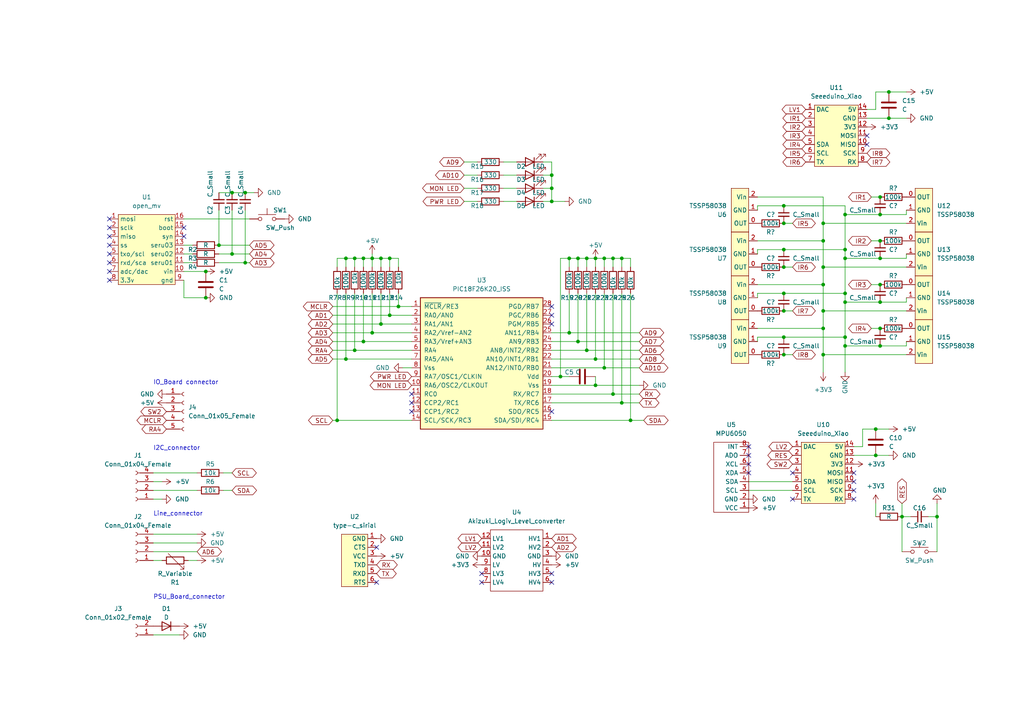
<source format=kicad_sch>
(kicad_sch (version 20211123) (generator eeschema)
  (paper "A4")
  (junction (at 238.76 102.87))
  (junction (at 165.1 74.93))
  (junction (at 59.69 86.36))
  (junction (at 63.5 71.12))
  (junction (at 107.95 74.93))
  (junction (at 227.33 59.69))
  (junction (at 177.8 74.93))
  (junction (at 254 124.46))
  (junction (at 113.03 91.44))
  (junction (at 102.87 74.93))
  (junction (at 238.76 90.17))
  (junction (at 105.41 74.93))
  (junction (at 245.11 87.63))
  (junction (at 227.33 97.79))
  (junction (at 102.87 101.6))
  (junction (at 172.72 111.76))
  (junction (at 113.03 74.93))
  (junction (at 238.76 82.55))
  (junction (at 227.33 77.47))
  (junction (at 71.12 55.88))
  (junction (at 245.11 62.23))
  (junction (at 177.8 114.3))
  (junction (at 257.81 34.29))
  (junction (at 105.41 99.06))
  (junction (at 110.49 93.98))
  (junction (at 170.18 74.93))
  (junction (at 271.78 149.86))
  (junction (at 167.64 99.06))
  (junction (at 180.34 74.93))
  (junction (at 67.31 55.88))
  (junction (at 100.33 104.14))
  (junction (at 227.33 64.77))
  (junction (at 255.27 100.33))
  (junction (at 227.33 90.17))
  (junction (at 238.76 77.47))
  (junction (at 245.11 85.09))
  (junction (at 254 132.08))
  (junction (at 175.26 106.68))
  (junction (at 238.76 69.85))
  (junction (at 107.95 96.52))
  (junction (at 67.31 73.66))
  (junction (at 255.27 87.63))
  (junction (at 245.11 97.79))
  (junction (at 167.64 74.93))
  (junction (at 170.18 101.6))
  (junction (at 172.72 104.14))
  (junction (at 172.72 74.93))
  (junction (at 71.12 76.2))
  (junction (at 180.34 116.84))
  (junction (at 257.81 26.67))
  (junction (at 255.27 82.55))
  (junction (at 238.76 95.25))
  (junction (at 59.69 78.74))
  (junction (at 182.88 121.92))
  (junction (at 245.11 72.39))
  (junction (at 238.76 64.77))
  (junction (at 245.11 100.33))
  (junction (at 261.62 149.86))
  (junction (at 160.02 54.61))
  (junction (at 100.33 74.93))
  (junction (at 165.1 96.52))
  (junction (at 97.79 121.92))
  (junction (at 160.02 58.42))
  (junction (at 255.27 69.85))
  (junction (at 115.57 88.9))
  (junction (at 110.49 74.93))
  (junction (at 160.02 50.8))
  (junction (at 175.26 74.93))
  (junction (at 255.27 62.23))
  (junction (at 245.11 74.93))
  (junction (at 255.27 95.25))
  (junction (at 162.56 109.22))
  (junction (at 255.27 74.93))
  (junction (at 227.33 72.39))
  (junction (at 255.27 57.15))
  (junction (at 227.33 85.09))
  (junction (at 227.33 102.87))
  (no_connect (at 160.02 93.98))
  (no_connect (at 160.02 91.44))
  (no_connect (at 160.02 88.9))
  (no_connect (at 119.38 114.3))
  (no_connect (at 119.38 116.84))
  (no_connect (at 119.38 119.38))
  (no_connect (at 109.22 168.91))
  (no_connect (at 109.22 158.75))
  (no_connect (at 139.7 166.37))
  (no_connect (at 139.7 168.91))
  (no_connect (at 160.02 168.91))
  (no_connect (at 160.02 166.37))
  (no_connect (at 160.02 119.38))
  (no_connect (at 53.34 68.58))
  (no_connect (at 53.34 66.04))
  (no_connect (at 31.75 63.5))
  (no_connect (at 31.75 66.04))
  (no_connect (at 31.75 68.58))
  (no_connect (at 31.75 71.12))
  (no_connect (at 31.75 73.66))
  (no_connect (at 31.75 76.2))
  (no_connect (at 31.75 78.74))
  (no_connect (at 31.75 81.28))
  (no_connect (at 217.17 137.16))
  (no_connect (at 217.17 134.62))
  (no_connect (at 217.17 132.08))
  (no_connect (at 217.17 129.54))
  (no_connect (at 229.87 137.16))
  (no_connect (at 247.65 144.78))
  (no_connect (at 247.65 142.24))
  (no_connect (at 247.65 139.7))
  (no_connect (at 247.65 137.16))
  (no_connect (at 229.87 144.78))
  (no_connect (at 251.46 41.91))
  (no_connect (at 251.46 39.37))
  (wire (pts (xy 160.02 116.84) (xy 180.34 116.84)))
  (wire (pts (xy 157.48 58.42) (xy 160.02 58.42)))
  (wire (pts (xy 63.5 60.96) (xy 63.5 71.12)))
  (wire (pts (xy 172.72 74.93) (xy 175.26 74.93)))
  (wire (pts (xy 157.48 50.8) (xy 160.02 50.8)))
  (wire (pts (xy 96.52 91.44) (xy 113.03 91.44)))
  (wire (pts (xy 72.39 76.2) (xy 71.12 76.2)))
  (wire (pts (xy 245.11 72.39) (xy 245.11 74.93)))
  (wire (pts (xy 71.12 55.88) (xy 73.66 55.88)))
  (wire (pts (xy 172.72 74.93) (xy 172.72 77.47)))
  (wire (pts (xy 254 124.46) (xy 257.81 124.46)))
  (wire (pts (xy 115.57 85.09) (xy 115.57 88.9)))
  (wire (pts (xy 44.45 160.02) (xy 57.15 160.02)))
  (wire (pts (xy 219.71 69.85) (xy 238.76 69.85)))
  (wire (pts (xy 177.8 85.09) (xy 177.8 114.3)))
  (wire (pts (xy 160.02 101.6) (xy 170.18 101.6)))
  (wire (pts (xy 162.56 109.22) (xy 162.56 74.93)))
  (wire (pts (xy 146.05 54.61) (xy 149.86 54.61)))
  (wire (pts (xy 160.02 114.3) (xy 177.8 114.3)))
  (wire (pts (xy 238.76 64.77) (xy 238.76 69.85)))
  (wire (pts (xy 252.73 69.85) (xy 255.27 69.85)))
  (wire (pts (xy 96.52 88.9) (xy 115.57 88.9)))
  (wire (pts (xy 257.81 132.08) (xy 254 132.08)))
  (wire (pts (xy 146.05 46.99) (xy 149.86 46.99)))
  (wire (pts (xy 102.87 74.93) (xy 102.87 77.47)))
  (wire (pts (xy 245.11 85.09) (xy 245.11 87.63)))
  (wire (pts (xy 219.71 85.09) (xy 227.33 85.09)))
  (wire (pts (xy 254 132.08) (xy 247.65 132.08)))
  (wire (pts (xy 107.95 74.93) (xy 110.49 74.93)))
  (wire (pts (xy 55.88 73.66) (xy 53.34 73.66)))
  (wire (pts (xy 264.16 149.86) (xy 261.62 149.86)))
  (wire (pts (xy 160.02 111.76) (xy 172.72 111.76)))
  (wire (pts (xy 113.03 85.09) (xy 113.03 91.44)))
  (wire (pts (xy 160.02 58.42) (xy 160.02 54.61)))
  (wire (pts (xy 165.1 96.52) (xy 160.02 96.52)))
  (wire (pts (xy 54.61 162.56) (xy 57.15 162.56)))
  (wire (pts (xy 53.34 81.28) (xy 53.34 86.36)))
  (wire (pts (xy 162.56 74.93) (xy 165.1 74.93)))
  (wire (pts (xy 227.33 72.39) (xy 245.11 72.39)))
  (wire (pts (xy 63.5 55.88) (xy 67.31 55.88)))
  (wire (pts (xy 245.11 100.33) (xy 255.27 100.33)))
  (wire (pts (xy 229.87 77.47) (xy 227.33 77.47)))
  (wire (pts (xy 180.34 74.93) (xy 182.88 74.93)))
  (wire (pts (xy 55.88 71.12) (xy 53.34 71.12)))
  (wire (pts (xy 172.72 104.14) (xy 185.42 104.14)))
  (wire (pts (xy 177.8 74.93) (xy 180.34 74.93)))
  (wire (pts (xy 238.76 69.85) (xy 238.76 77.47)))
  (wire (pts (xy 72.39 63.5) (xy 53.34 63.5)))
  (wire (pts (xy 165.1 85.09) (xy 165.1 96.52)))
  (wire (pts (xy 100.33 77.47) (xy 100.33 74.93)))
  (wire (pts (xy 229.87 64.77) (xy 227.33 64.77)))
  (wire (pts (xy 252.73 82.55) (xy 255.27 82.55)))
  (wire (pts (xy 229.87 102.87) (xy 227.33 102.87)))
  (wire (pts (xy 219.71 82.55) (xy 238.76 82.55)))
  (wire (pts (xy 113.03 91.44) (xy 119.38 91.44)))
  (wire (pts (xy 238.76 57.15) (xy 238.76 64.77)))
  (wire (pts (xy 134.62 46.99) (xy 138.43 46.99)))
  (wire (pts (xy 53.34 78.74) (xy 59.69 78.74)))
  (wire (pts (xy 172.72 111.76) (xy 185.42 111.76)))
  (wire (pts (xy 262.89 100.33) (xy 255.27 100.33)))
  (wire (pts (xy 160.02 104.14) (xy 172.72 104.14)))
  (wire (pts (xy 157.48 54.61) (xy 160.02 54.61)))
  (wire (pts (xy 160.02 50.8) (xy 160.02 46.99)))
  (wire (pts (xy 160.02 106.68) (xy 175.26 106.68)))
  (wire (pts (xy 97.79 74.93) (xy 100.33 74.93)))
  (wire (pts (xy 67.31 73.66) (xy 63.5 73.66)))
  (wire (pts (xy 251.46 34.29) (xy 257.81 34.29)))
  (wire (pts (xy 261.62 149.86) (xy 261.62 160.02)))
  (wire (pts (xy 44.45 142.24) (xy 57.15 142.24)))
  (wire (pts (xy 170.18 85.09) (xy 170.18 101.6)))
  (wire (pts (xy 110.49 74.93) (xy 110.49 77.47)))
  (wire (pts (xy 251.46 31.75) (xy 254 31.75)))
  (wire (pts (xy 227.33 85.09) (xy 245.11 85.09)))
  (wire (pts (xy 262.89 99.06) (xy 262.89 100.33)))
  (wire (pts (xy 134.62 50.8) (xy 138.43 50.8)))
  (wire (pts (xy 107.95 96.52) (xy 119.38 96.52)))
  (wire (pts (xy 177.8 74.93) (xy 175.26 74.93)))
  (wire (pts (xy 261.62 146.05) (xy 261.62 149.86)))
  (wire (pts (xy 105.41 74.93) (xy 105.41 77.47)))
  (wire (pts (xy 102.87 74.93) (xy 105.41 74.93)))
  (wire (pts (xy 105.41 74.93) (xy 107.95 74.93)))
  (wire (pts (xy 257.81 26.67) (xy 262.89 26.67)))
  (wire (pts (xy 96.52 101.6) (xy 102.87 101.6)))
  (wire (pts (xy 115.57 88.9) (xy 119.38 88.9)))
  (wire (pts (xy 219.71 73.66) (xy 219.71 72.39)))
  (wire (pts (xy 247.65 129.54) (xy 250.19 129.54)))
  (wire (pts (xy 71.12 60.96) (xy 71.12 76.2)))
  (wire (pts (xy 180.34 116.84) (xy 185.42 116.84)))
  (wire (pts (xy 167.64 74.93) (xy 167.64 77.47)))
  (wire (pts (xy 255.27 87.63) (xy 262.89 87.63)))
  (wire (pts (xy 160.02 121.92) (xy 182.88 121.92)))
  (wire (pts (xy 219.71 86.36) (xy 219.71 85.09)))
  (wire (pts (xy 107.95 77.47) (xy 107.95 74.93)))
  (wire (pts (xy 227.33 97.79) (xy 245.11 97.79)))
  (wire (pts (xy 172.72 109.22) (xy 172.72 111.76)))
  (wire (pts (xy 96.52 96.52) (xy 107.95 96.52)))
  (wire (pts (xy 170.18 74.93) (xy 170.18 77.47)))
  (wire (pts (xy 177.8 77.47) (xy 177.8 74.93)))
  (wire (pts (xy 96.52 99.06) (xy 105.41 99.06)))
  (wire (pts (xy 44.45 162.56) (xy 46.99 162.56)))
  (wire (pts (xy 238.76 95.25) (xy 238.76 102.87)))
  (wire (pts (xy 250.19 124.46) (xy 254 124.46)))
  (wire (pts (xy 102.87 101.6) (xy 119.38 101.6)))
  (wire (pts (xy 250.19 129.54) (xy 250.19 124.46)))
  (wire (pts (xy 227.33 59.69) (xy 219.71 59.69)))
  (wire (pts (xy 238.76 77.47) (xy 238.76 82.55)))
  (wire (pts (xy 245.11 97.79) (xy 245.11 100.33)))
  (wire (pts (xy 107.95 73.66) (xy 107.95 74.93)))
  (wire (pts (xy 245.11 62.23) (xy 255.27 62.23)))
  (wire (pts (xy 146.05 58.42) (xy 149.86 58.42)))
  (wire (pts (xy 102.87 85.09) (xy 102.87 101.6)))
  (wire (pts (xy 113.03 74.93) (xy 113.03 77.47)))
  (wire (pts (xy 245.11 100.33) (xy 245.11 107.95)))
  (wire (pts (xy 255.27 62.23) (xy 262.89 62.23)))
  (wire (pts (xy 217.17 139.7) (xy 229.87 139.7)))
  (wire (pts (xy 105.41 85.09) (xy 105.41 99.06)))
  (wire (pts (xy 170.18 74.93) (xy 172.72 74.93)))
  (wire (pts (xy 96.52 93.98) (xy 110.49 93.98)))
  (wire (pts (xy 44.45 137.16) (xy 57.15 137.16)))
  (wire (pts (xy 165.1 77.47) (xy 165.1 74.93)))
  (wire (pts (xy 165.1 74.93) (xy 167.64 74.93)))
  (wire (pts (xy 271.78 146.05) (xy 271.78 149.86)))
  (wire (pts (xy 219.71 57.15) (xy 238.76 57.15)))
  (wire (pts (xy 105.41 99.06) (xy 119.38 99.06)))
  (wire (pts (xy 110.49 85.09) (xy 110.49 93.98)))
  (wire (pts (xy 170.18 101.6) (xy 185.42 101.6)))
  (wire (pts (xy 245.11 59.69) (xy 245.11 62.23)))
  (wire (pts (xy 219.71 99.06) (xy 219.71 97.79)))
  (wire (pts (xy 167.64 85.09) (xy 167.64 99.06)))
  (wire (pts (xy 44.45 154.94) (xy 57.15 154.94)))
  (wire (pts (xy 110.49 74.93) (xy 113.03 74.93)))
  (wire (pts (xy 44.45 157.48) (xy 57.15 157.48)))
  (wire (pts (xy 113.03 74.93) (xy 115.57 74.93)))
  (wire (pts (xy 182.88 85.09) (xy 182.88 121.92)))
  (wire (pts (xy 167.64 99.06) (xy 185.42 99.06)))
  (wire (pts (xy 44.45 139.7) (xy 46.99 139.7)))
  (wire (pts (xy 254 31.75) (xy 254 26.67)))
  (wire (pts (xy 160.02 99.06) (xy 167.64 99.06)))
  (wire (pts (xy 96.52 121.92) (xy 97.79 121.92)))
  (wire (pts (xy 55.88 76.2) (xy 53.34 76.2)))
  (wire (pts (xy 146.05 50.8) (xy 149.86 50.8)))
  (wire (pts (xy 238.76 64.77) (xy 262.89 64.77)))
  (wire (pts (xy 262.89 62.23) (xy 262.89 60.96)))
  (wire (pts (xy 71.12 76.2) (xy 63.5 76.2)))
  (wire (pts (xy 165.1 96.52) (xy 185.42 96.52)))
  (wire (pts (xy 262.89 87.63) (xy 262.89 86.36)))
  (wire (pts (xy 160.02 46.99) (xy 157.48 46.99)))
  (wire (pts (xy 271.78 149.86) (xy 271.78 160.02)))
  (wire (pts (xy 116.84 106.68) (xy 119.38 106.68)))
  (wire (pts (xy 238.76 90.17) (xy 262.89 90.17)))
  (wire (pts (xy 172.72 85.09) (xy 172.72 104.14)))
  (wire (pts (xy 64.77 142.24) (xy 67.31 142.24)))
  (wire (pts (xy 175.26 74.93) (xy 175.26 77.47)))
  (wire (pts (xy 245.11 74.93) (xy 255.27 74.93)))
  (wire (pts (xy 219.71 95.25) (xy 238.76 95.25)))
  (wire (pts (xy 96.52 104.14) (xy 100.33 104.14)))
  (wire (pts (xy 269.24 149.86) (xy 271.78 149.86)))
  (wire (pts (xy 97.79 121.92) (xy 119.38 121.92)))
  (wire (pts (xy 134.62 54.61) (xy 138.43 54.61)))
  (wire (pts (xy 219.71 72.39) (xy 227.33 72.39)))
  (wire (pts (xy 100.33 104.14) (xy 119.38 104.14)))
  (wire (pts (xy 64.77 137.16) (xy 67.31 137.16)))
  (wire (pts (xy 245.11 74.93) (xy 245.11 85.09)))
  (wire (pts (xy 67.31 60.96) (xy 67.31 73.66)))
  (wire (pts (xy 255.27 74.93) (xy 262.89 74.93)))
  (wire (pts (xy 180.34 85.09) (xy 180.34 116.84)))
  (wire (pts (xy 97.79 85.09) (xy 97.79 121.92)))
  (wire (pts (xy 110.49 93.98) (xy 119.38 93.98)))
  (wire (pts (xy 72.39 71.12) (xy 63.5 71.12)))
  (wire (pts (xy 238.76 77.47) (xy 262.89 77.47)))
  (wire (pts (xy 262.89 73.66) (xy 262.89 74.93)))
  (wire (pts (xy 175.26 85.09) (xy 175.26 106.68)))
  (wire (pts (xy 252.73 95.25) (xy 255.27 95.25)))
  (wire (pts (xy 180.34 74.93) (xy 180.34 77.47)))
  (wire (pts (xy 67.31 55.88) (xy 71.12 55.88)))
  (wire (pts (xy 252.73 57.15) (xy 255.27 57.15)))
  (wire (pts (xy 44.45 144.78) (xy 46.99 144.78)))
  (wire (pts (xy 219.71 97.79) (xy 227.33 97.79)))
  (wire (pts (xy 257.81 34.29) (xy 262.89 34.29)))
  (wire (pts (xy 177.8 114.3) (xy 185.42 114.3)))
  (wire (pts (xy 175.26 106.68) (xy 185.42 106.68)))
  (wire (pts (xy 238.76 90.17) (xy 238.76 95.25)))
  (wire (pts (xy 97.79 77.47) (xy 97.79 74.93)))
  (wire (pts (xy 227.33 59.69) (xy 245.11 59.69)))
  (wire (pts (xy 254 26.67) (xy 257.81 26.67)))
  (wire (pts (xy 100.33 85.09) (xy 100.33 104.14)))
  (wire (pts (xy 254 146.05) (xy 254 149.86)))
  (wire (pts (xy 245.11 62.23) (xy 245.11 72.39)))
  (wire (pts (xy 163.83 58.42) (xy 160.02 58.42)))
  (wire (pts (xy 238.76 82.55) (xy 238.76 90.17)))
  (wire (pts (xy 134.62 58.42) (xy 138.43 58.42)))
  (wire (pts (xy 167.64 74.93) (xy 170.18 74.93)))
  (wire (pts (xy 160.02 109.22) (xy 162.56 109.22)))
  (wire (pts (xy 182.88 121.92) (xy 186.69 121.92)))
  (wire (pts (xy 245.11 87.63) (xy 255.27 87.63)))
  (wire (pts (xy 238.76 102.87) (xy 238.76 107.95)))
  (wire (pts (xy 217.17 142.24) (xy 229.87 142.24)))
  (wire (pts (xy 107.95 85.09) (xy 107.95 96.52)))
  (wire (pts (xy 229.87 90.17) (xy 227.33 90.17)))
  (wire (pts (xy 53.34 86.36) (xy 59.69 86.36)))
  (wire (pts (xy 115.57 74.93) (xy 115.57 77.47)))
  (wire (pts (xy 245.11 87.63) (xy 245.11 97.79)))
  (wire (pts (xy 44.45 184.15) (xy 52.07 184.15)))
  (wire (pts (xy 162.56 109.22) (xy 165.1 109.22)))
  (wire (pts (xy 219.71 59.69) (xy 219.71 60.96)))
  (wire (pts (xy 160.02 54.61) (xy 160.02 50.8)))
  (wire (pts (xy 182.88 74.93) (xy 182.88 77.47)))
  (wire (pts (xy 72.39 73.66) (xy 67.31 73.66)))
  (wire (pts (xy 100.33 74.93) (xy 102.87 74.93)))
  (wire (pts (xy 238.76 102.87) (xy 262.89 102.87)))
  (text "IO_Board connector" (at 44.45 111.76 0) (effects (font (size 1.27 1.27)) (justify left bottom)))
  (text "PSU_Board_connector" (at 44.45 173.99 0) (effects (font (size 1.27 1.27)) (justify left bottom)))
  (text "I2C_connector" (at 44.45 130.81 0) (effects (font (size 1.27 1.27)) (justify left bottom)))
  (text "Line_connector" (at 44.45 149.86 0) (effects (font (size 1.27 1.27)) (justify left bottom)))
  (global_label "LV2" (shape bidirectional) (at 139.7 158.75 180) (property "Intersheet References" "${INTERSHEET_REFS}" (effects hide)))
  (global_label "AD5" (shape bidirectional) (at 96.52 104.14 180) (property "Intersheet References" "${INTERSHEET_REFS}" (effects hide)))
  (global_label "IR6" (shape bidirectional) (at 229.87 77.47 0) (property "Intersheet References" "${INTERSHEET_REFS}" (effects hide)))
  (global_label "IR5" (shape bidirectional) (at 233.68 44.45 180) (property "Intersheet References" "${INTERSHEET_REFS}" (effects hide)))
  (global_label "IR4" (shape bidirectional) (at 233.68 41.91 180) (property "Intersheet References" "${INTERSHEET_REFS}" (effects hide)))
  (global_label "IR7" (shape bidirectional) (at 251.46 46.99 0) (property "Intersheet References" "${INTERSHEET_REFS}" (effects hide)))
  (global_label "AD1" (shape bidirectional) (at 160.02 156.21 0) (property "Intersheet References" "${INTERSHEET_REFS}" (effects hide)))
  (global_label "SCL" (shape bidirectional) (at 67.31 137.16 0) (property "Intersheet References" "${INTERSHEET_REFS}" (effects hide)))
  (global_label "IR6" (shape bidirectional) (at 233.68 46.99 180) (property "Intersheet References" "${INTERSHEET_REFS}" (effects hide)))
  (global_label "TX" (shape bidirectional) (at 185.42 116.84 0) (property "Intersheet References" "${INTERSHEET_REFS}" (effects hide)))
  (global_label "MON LED" (shape bidirectional) (at 119.38 111.76 180) (property "Intersheet References" "${INTERSHEET_REFS}" (effects hide)))
  (global_label "LV1" (shape bidirectional) (at 139.7 156.21 180) (property "Intersheet References" "${INTERSHEET_REFS}" (effects hide)))
  (global_label "IR5" (shape bidirectional) (at 229.87 64.77 0) (property "Intersheet References" "${INTERSHEET_REFS}" (effects hide)))
  (global_label "IR7" (shape bidirectional) (at 229.87 90.17 0) (property "Intersheet References" "${INTERSHEET_REFS}" (effects hide)))
  (global_label "AD7" (shape bidirectional) (at 185.42 99.06 0) (property "Intersheet References" "${INTERSHEET_REFS}" (effects hide)))
  (global_label "RES" (shape bidirectional) (at 261.62 146.05 90) (property "Intersheet References" "${INTERSHEET_REFS}" (effects hide)))
  (global_label "AD4" (shape bidirectional) (at 72.39 73.66 0) (property "Intersheet References" "${INTERSHEET_REFS}" (effects hide)))
  (global_label "AD2" (shape bidirectional) (at 96.52 93.98 180) (property "Intersheet References" "${INTERSHEET_REFS}" (effects hide)))
  (global_label "AD3" (shape bidirectional) (at 72.39 76.2 0) (property "Intersheet References" "${INTERSHEET_REFS}" (effects hide)))
  (global_label "AD3" (shape bidirectional) (at 96.52 96.52 180) (property "Intersheet References" "${INTERSHEET_REFS}" (effects hide)))
  (global_label "RX" (shape bidirectional) (at 185.42 114.3 0) (property "Intersheet References" "${INTERSHEET_REFS}" (effects hide)))
  (global_label "AD2" (shape bidirectional) (at 160.02 158.75 0) (property "Intersheet References" "${INTERSHEET_REFS}" (effects hide)))
  (global_label "TX" (shape bidirectional) (at 109.22 166.37 0) (property "Intersheet References" "${INTERSHEET_REFS}" (effects hide)))
  (global_label "AD9" (shape bidirectional) (at 185.42 96.52 0) (property "Intersheet References" "${INTERSHEET_REFS}" (effects hide)))
  (global_label "IR3" (shape bidirectional) (at 233.68 39.37 180) (property "Intersheet References" "${INTERSHEET_REFS}" (effects hide)))
  (global_label "SW2" (shape bidirectional) (at 48.26 119.38 180) (property "Intersheet References" "${INTERSHEET_REFS}" (effects hide)))
  (global_label "AD5" (shape bidirectional) (at 72.39 71.12 0) (property "Intersheet References" "${INTERSHEET_REFS}" (effects hide)))
  (global_label "MCLR" (shape bidirectional) (at 96.52 88.9 180) (property "Intersheet References" "${INTERSHEET_REFS}" (effects hide)))
  (global_label "MON LED" (shape bidirectional) (at 134.62 54.61 180) (property "Intersheet References" "${INTERSHEET_REFS}" (effects hide)))
  (global_label "IR3" (shape bidirectional) (at 252.73 82.55 180) (property "Intersheet References" "${INTERSHEET_REFS}" (effects hide)))
  (global_label "RA4" (shape bidirectional) (at 48.26 124.46 180) (property "Intersheet References" "${INTERSHEET_REFS}" (effects hide)))
  (global_label "SCL" (shape bidirectional) (at 96.52 121.92 180) (property "Intersheet References" "${INTERSHEET_REFS}" (effects hide)))
  (global_label "RA4" (shape bidirectional) (at 96.52 101.6 180) (property "Intersheet References" "${INTERSHEET_REFS}" (effects hide)))
  (global_label "LV1" (shape bidirectional) (at 233.68 31.75 180) (property "Intersheet References" "${INTERSHEET_REFS}" (effects hide)))
  (global_label "AD9" (shape bidirectional) (at 134.62 46.99 180) (property "Intersheet References" "${INTERSHEET_REFS}" (effects hide)))
  (global_label "MCLR" (shape bidirectional) (at 48.26 121.92 180) (property "Intersheet References" "${INTERSHEET_REFS}" (effects hide)))
  (global_label "AD8" (shape bidirectional) (at 185.42 104.14 0) (property "Intersheet References" "${INTERSHEET_REFS}" (effects hide)))
  (global_label "IR8" (shape bidirectional) (at 251.46 44.45 0) (property "Intersheet References" "${INTERSHEET_REFS}" (effects hide)))
  (global_label "PWR LED" (shape bidirectional) (at 134.62 58.42 180) (property "Intersheet References" "${INTERSHEET_REFS}" (effects hide)))
  (global_label "SDA" (shape bidirectional) (at 186.69 121.92 0) (property "Intersheet References" "${INTERSHEET_REFS}" (effects hide)))
  (global_label "IR1" (shape bidirectional) (at 233.68 34.29 180) (property "Intersheet References" "${INTERSHEET_REFS}" (effects hide)))
  (global_label "PWR LED" (shape bidirectional) (at 119.38 109.22 180) (property "Intersheet References" "${INTERSHEET_REFS}" (effects hide)))
  (global_label "SDA" (shape bidirectional) (at 67.31 142.24 0) (property "Intersheet References" "${INTERSHEET_REFS}" (effects hide)))
  (global_label "AD6" (shape bidirectional) (at 185.42 101.6 0) (property "Intersheet References" "${INTERSHEET_REFS}" (effects hide)))
  (global_label "RES" (shape bidirectional) (at 229.87 132.08 180) (property "Intersheet References" "${INTERSHEET_REFS}" (effects hide)))
  (global_label "AD4" (shape bidirectional) (at 96.52 99.06 180) (property "Intersheet References" "${INTERSHEET_REFS}" (effects hide)))
  (global_label "AD6" (shape bidirectional) (at 57.15 160.02 0) (property "Intersheet References" "${INTERSHEET_REFS}" (effects hide)))
  (global_label "SW2" (shape bidirectional) (at 229.87 134.62 180) (property "Intersheet References" "${INTERSHEET_REFS}" (effects hide)))
  (global_label "IR1" (shape bidirectional) (at 252.73 57.15 180) (property "Intersheet References" "${INTERSHEET_REFS}" (effects hide)))
  (global_label "RX" (shape bidirectional) (at 109.22 163.83 0) (property "Intersheet References" "${INTERSHEET_REFS}" (effects hide)))
  (global_label "LV2" (shape bidirectional) (at 229.87 129.54 180) (property "Intersheet References" "${INTERSHEET_REFS}" (effects hide)))
  (global_label "IR2" (shape bidirectional) (at 233.68 36.83 180) (property "Intersheet References" "${INTERSHEET_REFS}" (effects hide)))
  (global_label "AD10" (shape bidirectional) (at 134.62 50.8 180) (property "Intersheet References" "${INTERSHEET_REFS}" (effects hide)))
  (global_label "AD1" (shape bidirectional) (at 96.52 91.44 180) (property "Intersheet References" "${INTERSHEET_REFS}" (effects hide)))
  (global_label "IR2" (shape bidirectional) (at 252.73 69.85 180) (property "Intersheet References" "${INTERSHEET_REFS}" (effects hide)))
  (global_label "IR8" (shape bidirectional) (at 229.87 102.87 0) (property "Intersheet References" "${INTERSHEET_REFS}" (effects hide)))
  (global_label "IR4" (shape bidirectional) (at 252.73 95.25 180) (property "Intersheet References" "${INTERSHEET_REFS}" (effects hide)))
  (global_label "AD10" (shape bidirectional) (at 185.42 106.68 0) (property "Intersheet References" "${INTERSHEET_REFS}" (effects hide)))
  (symbol (lib_id "Device:C") (at 257.81 30.48 0) (unit 1)
    (property "Reference" "C15" (at 261.62 29.2099 0) (effects (justify left)))
    (property "Value" "C" (at 261.62 31.7499 0) (effects (justify left)))
    (property "Footprint" "Capacitor_THT:CP_Radial_D5.0mm_P2.50mm" (effects hide))
  )
  (symbol (lib_id "power:GND") (at 116.84 106.68 270) (unit 1)
    (property "Reference" "#PWR017" (effects hide))
    (property "Value" "GND" (at 113.03 106.6799 90) (effects (justify right)))
  )
  (symbol (lib_id "power:GND") (at 257.81 132.08 90) (unit 1)
    (property "Reference" "#PWR033" (effects hide))
    (property "Value" "GND" (at 261.62 132.0799 90) (effects (justify right)))
  )
  (symbol (lib_id "Device:R") (at 142.24 46.99 90) (unit 1)
    (property "Reference" "R15" (at 138.43 48.26 90))
    (property "Value" "330" (at 142.24 46.99 90))
    (property "Footprint" "Resistor_THT:R_Axial_DIN0204_L3.6mm_D1.6mm_P5.08mm_Horizontal" (effects hide))
  )
  (symbol (lib_id "Device:R") (at 175.26 81.28 0) (unit 1)
    (property "Reference" "R23" (at 172.72 86.36 0) (effects (justify left)))
    (property "Value" "100k" (at 175.26 83.82 90) (effects (justify left)))
    (property "Footprint" "Resistor_THT:R_Axial_DIN0204_L3.6mm_D1.6mm_P5.08mm_Horizontal" (effects hide))
  )
  (symbol (lib_id "power:+5V") (at 46.99 139.7 270) (unit 1)
    (property "Reference" "#PWR01" (effects hide))
    (property "Value" "+5V" (at 50.8 139.6999 90) (effects (justify left)))
  )
  (symbol (lib_id "Device:R") (at 142.24 58.42 90) (unit 1)
    (property "Reference" "R18" (at 138.43 59.69 90))
    (property "Value" "330" (at 142.24 58.42 90))
    (property "Footprint" "Resistor_THT:R_Axial_DIN0204_L3.6mm_D1.6mm_P5.08mm_Horizontal" (effects hide))
  )
  (symbol (lib_id "power:+5V") (at 107.95 73.66 0) (unit 1)
    (property "Reference" "#PWR014" (effects hide))
    (property "Value" "+5V" (at 107.95 69.85 0))
  )
  (symbol (lib_id "power:GND") (at 245.11 107.95 0) (unit 1)
    (property "Reference" "#PWR028" (effects hide))
    (property "Value" "GND" (at 245.11 114.3 90) (effects (justify left)))
  )
  (symbol (lib_id "Device:R") (at 177.8 81.28 0) (unit 1)
    (property "Reference" "R24" (at 175.26 86.36 0) (effects (justify left)))
    (property "Value" "10k" (at 177.8 83.82 90) (effects (justify left)))
    (property "Footprint" "Resistor_THT:R_Axial_DIN0204_L3.6mm_D1.6mm_P5.08mm_Horizontal" (effects hide))
  )
  (symbol (lib_name "TSSP58038_4") (lib_id "ir_sensor:TSSP58038") (at 265.43 60.96 270) (unit 1)
    (property "Reference" "U12" (at 271.78 59.6899 90) (effects (justify left)))
    (property "Value" "TSSP58038" (at 271.78 62.2299 90) (effects (justify left)))
    (property "Footprint" "Lib:TSSP58038_IR" (effects hide))
  )
  (symbol (lib_id "Device:C_Small") (at 227.33 62.23 0) (unit 1)
    (property "Reference" "C?" (at 222.25 62.23 0) (effects (justify left)))
    (property "Value" "C_Small" (at 229.87 62.23 0) (effects (justify left)))
    (property "Footprint" "Capacitor_THT:C_Disc_D3.8mm_W2.6mm_P2.50mm" (effects hide))
  )
  (symbol (lib_id "type-c_sirial:type-c_sirial") (at 96.52 162.56 90) (unit 1)
    (property "Reference" "U2" (at 102.87 149.86 90))
    (property "Value" "type-c_sirial" (at 102.87 152.4 90))
    (property "Footprint" "Lib:Type-C_Sirial_Board" (effects hide))
  )
  (symbol (lib_id "Device:R") (at 105.41 81.28 0) (unit 1)
    (property "Reference" "R10" (at 102.87 86.36 0) (effects (justify left)))
    (property "Value" "100k" (at 105.41 83.82 90) (effects (justify left)))
    (property "Footprint" "Resistor_THT:R_Axial_DIN0204_L3.6mm_D1.6mm_P5.08mm_Horizontal" (effects hide))
  )
  (symbol (lib_id "Device:R") (at 259.08 95.25 90) (unit 1)
    (property "Reference" "R?" (at 259.08 92.71 90))
    (property "Value" "100k" (at 259.08 95.25 90))
    (property "Footprint" "Resistor_THT:R_Axial_DIN0204_L3.6mm_D1.6mm_P5.08mm_Horizontal" (effects hide))
  )
  (symbol (lib_id "Device:LED") (at 153.67 54.61 180) (unit 1)
    (property "Reference" "D4" (at 151.13 55.88 0))
    (property "Value" "LED" (at 156.21 55.88 0))
    (property "Footprint" "LED_THT:LED_D5.0mm_Clear" (effects hide))
  )
  (symbol (lib_id "Device:LED") (at 153.67 58.42 180) (unit 1)
    (property "Reference" "D5" (at 151.13 59.69 0))
    (property "Value" "LED" (at 156.21 59.69 0))
    (property "Footprint" "LED_THT:LED_D5.0mm_Clear" (effects hide))
  )
  (symbol (lib_id "power:+5V") (at 217.17 147.32 270) (unit 1)
    (property "Reference" "#PWR026" (effects hide))
    (property "Value" "+5V" (at 220.98 147.3199 90) (effects (justify left)))
  )
  (symbol (lib_id "mpu6050:MPU6050") (at 205.74 138.43 90) (unit 1)
    (property "Reference" "U5" (at 212.09 123.19 90))
    (property "Value" "MPU6050" (at 212.09 125.73 90))
    (property "Footprint" "Lib:MPU6050" (effects hide))
  )
  (symbol (lib_id "power:+5V") (at 109.22 161.29 270) (unit 1)
    (property "Reference" "#PWR016" (effects hide))
    (property "Value" "+5V" (at 113.03 161.2899 90) (effects (justify left)))
  )
  (symbol (lib_id "Device:D") (at 48.26 181.61 180) (unit 1)
    (property "Reference" "D1" (at 48.26 176.53 0))
    (property "Value" "D" (at 48.26 179.07 0))
    (property "Footprint" "Diode_THT:D_DO-41_SOD81_P7.62mm_Horizontal" (effects hide))
  )
  (symbol (lib_id "Device:R") (at 100.33 81.28 0) (unit 1)
    (property "Reference" "R8" (at 97.79 86.36 0) (effects (justify left)))
    (property "Value" "100k" (at 100.33 83.82 90) (effects (justify left)))
    (property "Footprint" "Resistor_THT:R_Axial_DIN0204_L3.6mm_D1.6mm_P5.08mm_Horizontal" (effects hide))
  )
  (symbol (lib_id "tj3b pic:PIC18F26K20_ISS") (at 139.7 109.22 0) (unit 1)
    (property "Reference" "U3" (at 139.7 81.28 0))
    (property "Value" "PIC18F26K20_ISS" (at 139.7 83.82 0))
    (property "Footprint" "Package_DIP:DIP-28_W7.62mm_Socket_LongPads" (effects hide))
    (property "Datasheet" "http://ww1.microchip.com/downloads/en/DeviceDoc/40001303H.pdf" (effects hide))
  )
  (symbol (lib_id "power:GND") (at 73.66 55.88 90) (unit 1)
    (property "Reference" "#PWR012" (effects hide))
    (property "Value" "GND" (at 77.47 55.8799 90) (effects (justify right)))
  )
  (symbol (lib_id "power:+5V") (at 172.72 74.93 0) (unit 1)
    (property "Reference" "#PWR023" (effects hide))
    (property "Value" "+5V" (at 172.72 71.12 0))
  )
  (symbol (lib_id "power:GND") (at 262.89 34.29 90) (unit 1)
    (property "Reference" "#PWR035" (effects hide))
    (property "Value" "GND" (at 266.7 34.2899 90) (effects (justify right)))
  )
  (symbol (lib_id "power:GND") (at 160.02 161.29 90) (unit 1)
    (property "Reference" "#PWR020" (effects hide))
    (property "Value" "GND" (at 163.83 161.2899 90) (effects (justify right)))
  )
  (symbol (lib_id "Device:R") (at 102.87 81.28 0) (unit 1)
    (property "Reference" "R9" (at 100.33 86.36 0) (effects (justify left)))
    (property "Value" "10k" (at 102.87 82.55 90) (effects (justify left)))
    (property "Footprint" "Resistor_THT:R_Axial_DIN0204_L3.6mm_D1.6mm_P5.08mm_Horizontal" (effects hide))
  )
  (symbol (lib_name "TSSP58038_1") (lib_id "ir_sensor:TSSP58038") (at 265.43 99.06 270) (unit 1)
    (property "Reference" "U15" (at 271.78 97.7899 90) (effects (justify left)))
    (property "Value" "TSSP58038" (at 271.78 100.3299 90) (effects (justify left)))
    (property "Footprint" "Lib:TSSP58038_IR" (effects hide))
  )
  (symbol (lib_id "Device:R") (at 113.03 81.28 0) (unit 1)
    (property "Reference" "R13" (at 110.49 86.36 0) (effects (justify left)))
    (property "Value" "100k" (at 113.03 83.82 90) (effects (justify left)))
    (property "Footprint" "Resistor_THT:R_Axial_DIN0204_L3.6mm_D1.6mm_P5.08mm_Horizontal" (effects hide))
  )
  (symbol (lib_id "power:GND") (at 109.22 156.21 90) (unit 1)
    (property "Reference" "#PWR015" (effects hide))
    (property "Value" "GND" (at 113.03 156.2099 90) (effects (justify right)))
  )
  (symbol (lib_id "Device:R") (at 172.72 81.28 0) (unit 1)
    (property "Reference" "R22" (at 170.18 86.36 0) (effects (justify left)))
    (property "Value" "100k" (at 172.72 83.82 90) (effects (justify left)))
    (property "Footprint" "Resistor_THT:R_Axial_DIN0204_L3.6mm_D1.6mm_P5.08mm_Horizontal" (effects hide))
  )
  (symbol (lib_id "Device:C_Small") (at 67.31 58.42 180) (unit 1)
    (property "Reference" "C3" (at 66.04 60.96 90))
    (property "Value" "C_Small" (at 66.04 53.34 90))
    (property "Footprint" "Capacitor_THT:C_Disc_D3.8mm_W2.6mm_P2.50mm" (effects hide))
  )
  (symbol (lib_id "power:GND") (at 46.99 144.78 90) (unit 1)
    (property "Reference" "#PWR02" (effects hide))
    (property "Value" "GND" (at 50.8 144.7799 90) (effects (justify right)))
  )
  (symbol (lib_id "power:GND") (at 139.7 161.29 270) (unit 1)
    (property "Reference" "#PWR018" (effects hide))
    (property "Value" "GND" (at 132.08 161.29 90) (effects (justify left)))
  )
  (symbol (lib_id "Device:R") (at 60.96 142.24 90) (unit 1)
    (property "Reference" "R6" (at 60.96 139.7 90))
    (property "Value" "10k" (at 60.96 142.24 90))
    (property "Footprint" "Resistor_THT:R_Axial_DIN0204_L3.6mm_D1.6mm_P5.08mm_Horizontal" (effects hide))
  )
  (symbol (lib_id "Device:LED") (at 153.67 46.99 180) (unit 1)
    (property "Reference" "D2" (at 151.13 48.26 0))
    (property "Value" "LED" (at 156.21 48.26 0))
    (property "Footprint" "LED_THT:LED_D5.0mm_Clear" (effects hide))
  )
  (symbol (lib_name "TSSP58038_3") (lib_id "ir_sensor:TSSP58038") (at 265.43 73.66 270) (unit 1)
    (property "Reference" "U13" (at 271.78 72.3899 90) (effects (justify left)))
    (property "Value" "TSSP58038" (at 271.78 74.9299 90) (effects (justify left)))
    (property "Footprint" "Lib:TSSP58038_IR" (effects hide))
  )
  (symbol (lib_id "seeeduino_xiao:Seeeduino_Xiao") (at 238.76 135.89 0) (unit 1)
    (property "Reference" "U10" (at 238.76 123.19 0))
    (property "Value" "Seeeduino_Xiao" (at 238.76 125.73 0))
    (property "Footprint" "Lib:seeeduinoXIAO" (effects hide))
  )
  (symbol (lib_id "Connector:Conn_01x04_Female") (at 39.37 160.02 180) (unit 1)
    (property "Reference" "J2" (at 40.005 149.86 0))
    (property "Value" "Conn_01x04_Female" (at 40.005 152.4 0))
    (property "Footprint" "Connector_JST:JST_XH_B4B-XH-A_1x04_P2.50mm_Vertical" (effects hide))
  )
  (symbol (lib_id "Device:R") (at 182.88 81.28 0) (unit 1)
    (property "Reference" "R26" (at 180.34 86.36 0) (effects (justify left)))
    (property "Value" "10k" (at 182.88 83.82 90) (effects (justify left)))
    (property "Footprint" "Resistor_THT:R_Axial_DIN0204_L3.6mm_D1.6mm_P5.08mm_Horizontal" (effects hide))
  )
  (symbol (lib_id "Device:R") (at 223.52 64.77 90) (unit 1)
    (property "Reference" "R?" (at 223.52 67.31 90))
    (property "Value" "100k" (at 223.52 64.77 90))
    (property "Footprint" "Resistor_THT:R_Axial_DIN0204_L3.6mm_D1.6mm_P5.08mm_Horizontal" (effects hide))
  )
  (symbol (lib_id "Device:C") (at 59.69 82.55 0) (unit 1)
    (property "Reference" "C1" (at 63.5 81.2799 0) (effects (justify left)))
    (property "Value" "C" (at 63.5 83.8199 0) (effects (justify left)))
    (property "Footprint" "Capacitor_THT:CP_Radial_D5.0mm_P2.50mm" (effects hide))
  )
  (symbol (lib_id "Device:R") (at 60.96 137.16 90) (unit 1)
    (property "Reference" "R5" (at 60.96 134.62 90))
    (property "Value" "10k" (at 60.96 137.16 90))
    (property "Footprint" "Resistor_THT:R_Axial_DIN0204_L3.6mm_D1.6mm_P5.08mm_Horizontal" (effects hide))
  )
  (symbol (lib_id "Device:R") (at 259.08 82.55 90) (unit 1)
    (property "Reference" "R?" (at 259.08 80.01 90))
    (property "Value" "100k" (at 259.08 82.55 90))
    (property "Footprint" "Resistor_THT:R_Axial_DIN0204_L3.6mm_D1.6mm_P5.08mm_Horizontal" (effects hide))
  )
  (symbol (lib_id "Device:R") (at 59.69 73.66 90) (unit 1)
    (property "Reference" "R3" (at 55.88 74.93 90))
    (property "Value" "R" (at 59.69 73.66 90))
    (property "Footprint" "Resistor_THT:R_Axial_DIN0204_L3.6mm_D1.6mm_P5.08mm_Horizontal" (effects hide))
  )
  (symbol (lib_id "power:GND") (at 82.55 63.5 90) (unit 1)
    (property "Reference" "#PWR013" (effects hide))
    (property "Value" "GND" (at 86.36 63.4999 90) (effects (justify right)))
  )
  (symbol (lib_id "Device:R") (at 170.18 81.28 0) (unit 1)
    (property "Reference" "R21" (at 167.64 86.36 0) (effects (justify left)))
    (property "Value" "100k" (at 170.18 83.82 90) (effects (justify left)))
    (property "Footprint" "Resistor_THT:R_Axial_DIN0204_L3.6mm_D1.6mm_P5.08mm_Horizontal" (effects hide))
  )
  (symbol (lib_id "seeeduino_xiao:Seeeduino_Xiao") (at 242.57 38.1 0) (unit 1)
    (property "Reference" "U11" (at 242.57 25.4 0))
    (property "Value" "Seeeduino_Xiao" (at 242.57 27.94 0))
    (property "Footprint" "Lib:seeeduinoXIAO" (effects hide))
  )
  (symbol (lib_id "Device:R") (at 223.52 90.17 90) (unit 1)
    (property "Reference" "R?" (at 223.52 92.71 90))
    (property "Value" "100k" (at 223.52 90.17 90))
    (property "Footprint" "Resistor_THT:R_Axial_DIN0204_L3.6mm_D1.6mm_P5.08mm_Horizontal" (effects hide))
  )
  (symbol (lib_id "Device:C_Small") (at 227.33 87.63 0) (unit 1)
    (property "Reference" "C?" (at 222.25 87.63 0) (effects (justify left)))
    (property "Value" "C_Small" (at 229.87 87.63 0) (effects (justify left)))
    (property "Footprint" "Capacitor_THT:C_Disc_D3.8mm_W2.6mm_P2.50mm" (effects hide))
  )
  (symbol (lib_id "Device:R") (at 167.64 81.28 0) (unit 1)
    (property "Reference" "R20" (at 165.1 86.36 0) (effects (justify left)))
    (property "Value" "100k" (at 167.64 83.82 90) (effects (justify left)))
    (property "Footprint" "Resistor_THT:R_Axial_DIN0204_L3.6mm_D1.6mm_P5.08mm_Horizontal" (effects hide))
  )
  (symbol (lib_id "Device:C") (at 254 128.27 0) (unit 1)
    (property "Reference" "C10" (at 257.81 126.9999 0) (effects (justify left)))
    (property "Value" "C" (at 257.81 129.5399 0) (effects (justify left)))
    (property "Footprint" "Capacitor_THT:CP_Radial_D5.0mm_P2.50mm" (effects hide))
  )
  (symbol (lib_id "Device:R") (at 97.79 81.28 0) (unit 1)
    (property "Reference" "R7" (at 95.25 86.36 0) (effects (justify left)))
    (property "Value" "10k" (at 97.79 83.82 90) (effects (justify left)))
    (property "Footprint" "Resistor_THT:R_Axial_DIN0204_L3.6mm_D1.6mm_P5.08mm_Horizontal" (effects hide))
  )
  (symbol (lib_id "Device:C_Small") (at 255.27 85.09 0) (unit 1)
    (property "Reference" "C?" (at 257.81 85.09 0) (effects (justify left)))
    (property "Value" "C_Small" (at 246.327 86.36 0) (effects (justify left)))
    (property "Footprint" "Capacitor_THT:C_Disc_D3.8mm_W2.6mm_P2.50mm" (effects hide))
  )
  (symbol (lib_id "Device:R") (at 223.52 102.87 90) (unit 1)
    (property "Reference" "R?" (at 223.52 105.41 90))
    (property "Value" "100k" (at 223.52 102.87 90))
    (property "Footprint" "Resistor_THT:R_Axial_DIN0204_L3.6mm_D1.6mm_P5.08mm_Horizontal" (effects hide))
  )
  (symbol (lib_id "Device:R") (at 165.1 81.28 0) (unit 1)
    (property "Reference" "R19" (at 162.56 86.36 0) (effects (justify left)))
    (property "Value" "100k" (at 165.1 83.82 90) (effects (justify left)))
    (property "Footprint" "Resistor_THT:R_Axial_DIN0204_L3.6mm_D1.6mm_P5.08mm_Horizontal" (effects hide))
  )
  (symbol (lib_id "Device:C_Small") (at 227.33 74.93 0) (unit 1)
    (property "Reference" "C?" (at 222.25 74.93 0) (effects (justify left)))
    (property "Value" "C_Small" (at 229.87 74.93 0) (effects (justify left)))
    (property "Footprint" "Capacitor_THT:C_Disc_D3.8mm_W2.6mm_P2.50mm" (effects hide))
  )
  (symbol (lib_id "Device:C_Small") (at 255.27 59.69 0) (unit 1)
    (property "Reference" "C?" (at 257.81 59.69 0) (effects (justify left)))
    (property "Value" "C_Small" (at 246.327 60.96 0) (effects (justify left)))
    (property "Footprint" "Capacitor_THT:C_Disc_D3.8mm_W2.6mm_P2.50mm" (effects hide))
  )
  (symbol (lib_id "power:+5V") (at 57.15 162.56 270) (unit 1)
    (property "Reference" "#PWR09" (effects hide))
    (property "Value" "+5V" (at 60.96 162.5599 90) (effects (justify left)))
  )
  (symbol (lib_id "Device:C_Small") (at 255.27 72.39 0) (unit 1)
    (property "Reference" "C?" (at 257.81 72.39 0) (effects (justify left)))
    (property "Value" "C_Small" (at 246.327 73.66 0) (effects (justify left)))
    (property "Footprint" "Capacitor_THT:C_Disc_D3.8mm_W2.6mm_P2.50mm" (effects hide))
  )
  (symbol (lib_id "power:GND") (at 185.42 111.76 90) (unit 1)
    (property "Reference" "#PWR024" (effects hide))
    (property "Value" "GND" (at 189.23 111.7599 90) (effects (justify right)))
  )
  (symbol (lib_id "Device:R") (at 259.08 69.85 90) (unit 1)
    (property "Reference" "R?" (at 259.08 67.31 90))
    (property "Value" "100k" (at 259.08 69.85 90))
    (property "Footprint" "Resistor_THT:R_Axial_DIN0204_L3.6mm_D1.6mm_P5.08mm_Horizontal" (effects hide))
  )
  (symbol (lib_id "Device:R") (at 59.69 71.12 90) (unit 1)
    (property "Reference" "R2" (at 55.88 72.39 90))
    (property "Value" "R" (at 59.69 71.12 90))
    (property "Footprint" "Resistor_THT:R_Axial_DIN0204_L3.6mm_D1.6mm_P5.08mm_Horizontal" (effects hide))
  )
  (symbol (lib_name "TSSP58038_2") (lib_id "ir_sensor:TSSP58038") (at 265.43 86.36 270) (unit 1)
    (property "Reference" "U14" (at 271.78 85.0899 90) (effects (justify left)))
    (property "Value" "TSSP58038" (at 271.78 87.6299 90) (effects (justify left)))
    (property "Footprint" "Lib:TSSP58038_IR" (effects hide))
  )
  (symbol (lib_id "Device:R") (at 142.24 54.61 90) (unit 1)
    (property "Reference" "R17" (at 138.43 55.88 90))
    (property "Value" "330" (at 142.24 54.61 90))
    (property "Footprint" "Resistor_THT:R_Axial_DIN0204_L3.6mm_D1.6mm_P5.08mm_Horizontal" (effects hide))
  )
  (symbol (lib_id "Device:R") (at 107.95 81.28 0) (unit 1)
    (property "Reference" "R11" (at 105.41 86.36 0) (effects (justify left)))
    (property "Value" "100k" (at 107.95 83.82 90) (effects (justify left)))
    (property "Footprint" "Resistor_THT:R_Axial_DIN0204_L3.6mm_D1.6mm_P5.08mm_Horizontal" (effects hide))
  )
  (symbol (lib_id "Connector:Conn_01x04_Female") (at 39.37 142.24 180) (unit 1)
    (property "Reference" "J1" (at 40.005 132.08 0))
    (property "Value" "Conn_01x04_Female" (at 40.005 134.62 0))
    (property "Footprint" "Connector_JST:JST_XH_B4B-XH-A_1x04_P2.50mm_Vertical" (effects hide))
  )
  (symbol (lib_id "power:GND") (at 57.15 157.48 90) (unit 1)
    (property "Reference" "#PWR08" (effects hide))
    (property "Value" "GND" (at 60.96 157.4799 90) (effects (justify right)))
  )
  (symbol (lib_id "Device:R") (at 115.57 81.28 0) (unit 1)
    (property "Reference" "R14" (at 113.03 86.36 0) (effects (justify left)))
    (property "Value" "10k" (at 115.57 82.55 90) (effects (justify left)))
    (property "Footprint" "Resistor_THT:R_Axial_DIN0204_L3.6mm_D1.6mm_P5.08mm_Horizontal" (effects hide))
  )
  (symbol (lib_id "power:GND") (at 271.78 146.05 180) (unit 1)
    (property "Reference" "#PWR036" (effects hide))
    (property "Value" "GND" (at 270.51 142.24 0) (effects (justify right)))
  )
  (symbol (lib_id "Device:R_Variable") (at 50.8 162.56 270) (unit 1)
    (property "Reference" "R1" (at 50.8 168.91 90))
    (property "Value" "R_Variable" (at 50.8 166.37 90))
    (property "Footprint" "Lib:R_Varlable" (effects hide))
  )
  (symbol (lib_name "TSSP58038_7") (lib_id "ir_sensor:TSSP58038") (at 217.17 99.06 90) (unit 1)
    (property "Reference" "U9" (at 210.82 100.3301 90) (effects (justify left)))
    (property "Value" "TSSP58038" (at 210.82 97.7901 90) (effects (justify left)))
    (property "Footprint" "Lib:TSSP58038_IR" (effects hide))
  )
  (symbol (lib_id "Device:C_Small") (at 63.5 58.42 180) (unit 1)
    (property "Reference" "C2" (at 60.96 60.96 90))
    (property "Value" "C_Small" (at 60.96 53.34 90))
    (property "Footprint" "Capacitor_THT:C_Disc_D3.8mm_W2.6mm_P2.50mm" (effects hide))
  )
  (symbol (lib_id "power:+5V") (at 257.81 124.46 270) (unit 1)
    (property "Reference" "#PWR032" (effects hide))
    (property "Value" "+5V" (at 261.62 124.4599 90) (effects (justify left)))
  )
  (symbol (lib_id "Device:R") (at 223.52 77.47 90) (unit 1)
    (property "Reference" "R?" (at 223.52 80.01 90))
    (property "Value" "100k" (at 223.52 77.47 90))
    (property "Footprint" "Resistor_THT:R_Axial_DIN0204_L3.6mm_D1.6mm_P5.08mm_Horizontal" (effects hide))
  )
  (symbol (lib_id "power:+3.3V") (at 251.46 36.83 270) (unit 1)
    (property "Reference" "#PWR030" (effects hide))
    (property "Value" "+3.3V" (at 255.27 36.8299 90) (effects (justify left)))
  )
  (symbol (lib_id "power:GND") (at 52.07 184.15 90) (unit 1)
    (property "Reference" "#PWR06" (effects hide))
    (property "Value" "GND" (at 55.88 184.1499 90) (effects (justify right)))
  )
  (symbol (lib_id "power:+5V") (at 262.89 26.67 270) (unit 1)
    (property "Reference" "#PWR034" (effects hide))
    (property "Value" "+5V" (at 266.7 26.6699 90) (effects (justify left)))
  )
  (symbol (lib_id "Switch:SW_Push") (at 266.7 160.02 0) (unit 1)
    (property "Reference" "SW2" (at 266.7 157.48 0))
    (property "Value" "SW_Push" (at 266.7 162.56 0))
    (property "Footprint" "Button_Switch_THT:SW_PUSH_6mm_H5mm" (effects hide))
  )
  (symbol (lib_id "power:+5V") (at 59.69 78.74 270) (unit 1)
    (property "Reference" "#PWR010" (effects hide))
    (property "Value" "+5V" (at 63.5 78.7399 90) (effects (justify left)))
  )
  (symbol (lib_id "Device:C_Small") (at 227.33 100.33 0) (unit 1)
    (property "Reference" "C?" (at 222.25 100.33 0) (effects (justify left)))
    (property "Value" "C_Small" (at 229.87 100.33 0) (effects (justify left)))
    (property "Footprint" "Capacitor_THT:C_Disc_D3.8mm_W2.6mm_P2.50mm" (effects hide))
  )
  (symbol (lib_id "Connector:Conn_01x02_Female") (at 39.37 184.15 180) (unit 1)
    (property "Reference" "J3" (at 34.29 176.53 0))
    (property "Value" "Conn_01x02_Female" (at 34.29 179.07 0))
    (property "Footprint" "Connector_JST:JST_XH_B2B-XH-A_1x02_P2.50mm_Vertical" (effects hide))
  )
  (symbol (lib_id "Device:R") (at 180.34 81.28 0) (unit 1)
    (property "Reference" "R25" (at 177.8 86.36 0) (effects (justify left)))
    (property "Value" "10k" (at 180.34 83.82 90) (effects (justify left)))
    (property "Footprint" "Resistor_THT:R_Axial_DIN0204_L3.6mm_D1.6mm_P5.08mm_Horizontal" (effects hide))
  )
  (symbol (lib_id "Device:C_Small") (at 71.12 58.42 180) (unit 1)
    (property "Reference" "C4" (at 69.85 60.96 90))
    (property "Value" "C_Small" (at 69.85 53.34 90))
    (property "Footprint" "Capacitor_THT:C_Disc_D3.8mm_W2.6mm_P2.50mm" (effects hide))
  )
  (symbol (lib_id "Device:C") (at 168.91 109.22 90) (unit 1)
    (property "Reference" "C5" (at 165.1 107.95 90))
    (property "Value" "C" (at 167.64 107.95 90))
    (property "Footprint" "Capacitor_THT:CP_Radial_D5.0mm_P2.50mm" (effects hide))
  )
  (symbol (lib_id "Device:C_Small") (at 266.7 149.86 90) (unit 1)
    (property "Reference" "C16" (at 266.7 147.32 90))
    (property "Value" "C_Small" (at 266.7 152.4 90))
    (property "Footprint" "Capacitor_THT:C_Disc_D3.8mm_W2.6mm_P2.50mm" (effects hide))
  )
  (symbol (lib_id "power:+5V") (at 52.07 181.61 270) (unit 1)
    (property "Reference" "#PWR05" (effects hide))
    (property "Value" "+5V" (at 55.88 181.6099 90) (effects (justify left)))
  )
  (symbol (lib_name "TSSP58038_7") (lib_id "ir_sensor:TSSP58038") (at 217.17 73.66 90) (unit 1)
    (property "Reference" "U7" (at 210.82 74.9301 90) (effects (justify left)))
    (property "Value" "TSSP58038" (at 210.82 72.3901 90) (effects (justify left)))
    (property "Footprint" "Lib:TSSP58038_IR" (effects hide))
  )
  (symbol (lib_id "Connector:Conn_01x05_Female") (at 53.34 119.38 0) (unit 1)
    (property "Reference" "J4" (at 54.61 118.1099 0) (effects (justify left)))
    (property "Value" "Conn_01x05_Female" (at 54.61 120.6499 0) (effects (justify left)))
    (property "Footprint" "Connector_JST:JST_XH_B5B-XH-A_1x05_P2.50mm_Vertical" (effects hide))
  )
  (symbol (lib_id "power:+5V") (at 57.15 154.94 270) (unit 1)
    (property "Reference" "#PWR07" (effects hide))
    (property "Value" "+5V" (at 60.96 154.9399 90) (effects (justify left)))
  )
  (symbol (lib_id "power:+3.3V") (at 139.7 163.83 90) (unit 1)
    (property "Reference" "#PWR019" (effects hide))
    (property "Value" "+3.3V" (at 130.81 163.83 90) (effects (justify right)))
  )
  (symbol (lib_id "open_mv:open_mv") (at 43.18 62.23 0) (unit 1)
    (property "Reference" "U1" (at 42.545 57.15 0))
    (property "Value" "open_mv" (at 42.545 59.69 0))
    (property "Footprint" "Lib:OpenMV" (effects hide))
  )
  (symbol (lib_id "power:+5V") (at 48.26 116.84 90) (unit 1)
    (property "Reference" "#PWR04" (effects hide))
    (property "Value" "+5V" (at 40.64 116.84 90) (effects (justify right)))
  )
  (symbol (lib_id "Device:R") (at 59.69 76.2 90) (unit 1)
    (property "Reference" "R4" (at 55.88 77.47 90))
    (property "Value" "R" (at 59.69 76.2 90))
    (property "Footprint" "Resistor_THT:R_Axial_DIN0204_L3.6mm_D1.6mm_P5.08mm_Horizontal" (effects hide))
  )
  (symbol (lib_id "Logic_Level_Converter:Akizuki_Logiv_Level_converter") (at 149.86 162.56 0) (unit 1)
    (property "Reference" "U4" (at 149.86 148.59 0))
    (property "Value" "Akizuki_Logiv_Level_converter" (at 149.86 151.13 0))
    (property "Footprint" "Lib:Akizuki_Logic_Level_converter" (effects hide))
  )
  (symbol (lib_id "power:+3.3V") (at 247.65 134.62 270) (unit 1)
    (property "Reference" "#PWR029" (effects hide))
    (property "Value" "+3.3V" (at 251.46 134.6199 90) (effects (justify left)))
  )
  (symbol (lib_id "Device:LED") (at 153.67 50.8 180) (unit 1)
    (property "Reference" "D3" (at 151.13 52.07 0))
    (property "Value" "LED" (at 156.21 52.07 0))
    (property "Footprint" "LED_THT:LED_D5.0mm_Clear" (effects hide))
  )
  (symbol (lib_name "TSSP58038_7") (lib_id "ir_sensor:TSSP58038") (at 217.17 60.96 90) (unit 1)
    (property "Reference" "U6" (at 210.82 62.2301 90) (effects (justify left)))
    (property "Value" "TSSP58038" (at 210.82 59.6901 90) (effects (justify left)))
    (property "Footprint" "Lib:TSSP58038_IR" (effects hide))
  )
  (symbol (lib_id "power:+3.3V") (at 238.76 107.95 180) (unit 1)
    (property "Reference" "#PWR027" (effects hide))
    (property "Value" "+3.3V" (at 238.76 113.03 0))
  )
  (symbol (lib_id "Device:C_Small") (at 255.27 97.79 0) (unit 1)
    (property "Reference" "C?" (at 257.81 97.79 0) (effects (justify left)))
    (property "Value" "C_Small" (at 246.38 99.06 0) (effects (justify left)))
    (property "Footprint" "Capacitor_THT:C_Disc_D3.8mm_W2.6mm_P2.50mm" (effects hide))
  )
  (symbol (lib_id "Device:R") (at 257.81 149.86 90) (unit 1)
    (property "Reference" "R31" (at 257.81 147.32 90))
    (property "Value" "R" (at 257.81 149.86 90))
    (property "Footprint" "Resistor_THT:R_Axial_DIN0204_L3.6mm_D1.6mm_P5.08mm_Horizontal" (effects hide))
  )
  (symbol (lib_id "power:GND") (at 217.17 144.78 90) (unit 1)
    (property "Reference" "#PWR025" (effects hide))
    (property "Value" "GND" (at 220.98 144.7799 90) (effects (justify right)))
  )
  (symbol (lib_id "power:+5V") (at 160.02 163.83 270) (unit 1)
    (property "Reference" "#PWR021" (effects hide))
    (property "Value" "+5V" (at 163.83 163.8299 90) (effects (justify left)))
  )
  (symbol (lib_name "TSSP58038_7") (lib_id "ir_sensor:TSSP58038") (at 217.17 86.36 90) (unit 1)
    (property "Reference" "U8" (at 210.82 87.6301 90) (effects (justify left)))
    (property "Value" "TSSP58038" (at 210.82 85.0901 90) (effects (justify left)))
    (property "Footprint" "Lib:TSSP58038_IR" (effects hide))
  )
  (symbol (lib_id "power:GND") (at 59.69 86.36 90) (unit 1)
    (property "Reference" "#PWR011" (effects hide))
    (property "Value" "GND" (at 63.5 86.3599 90) (effects (justify right)))
  )
  (symbol (lib_id "Switch:SW_Push") (at 77.47 63.5 0) (unit 1)
    (property "Reference" "SW1" (at 81.28 60.96 0))
    (property "Value" "SW_Push" (at 81.28 66.04 0))
    (property "Footprint" "Button_Switch_THT:SW_PUSH_6mm_H5mm" (effects hide))
  )
  (symbol (lib_id "power:+3.3V") (at 254 146.05 0) (unit 1)
    (property "Reference" "#PWR031" (effects hide))
    (property "Value" "+3.3V" (at 254 140.97 0))
  )
  (symbol (lib_id "Device:R") (at 259.08 57.15 90) (unit 1)
    (property "Reference" "R?" (at 259.08 54.61 90))
    (property "Value" "100k" (at 259.08 57.15 90))
    (property "Footprint" "Resistor_THT:R_Axial_DIN0204_L3.6mm_D1.6mm_P5.08mm_Horizontal" (effects hide))
  )
  (symbol (lib_id "Device:R") (at 142.24 50.8 90) (unit 1)
    (property "Reference" "R16" (at 138.43 52.07 90))
    (property "Value" "330" (at 142.24 50.8 90))
    (property "Footprint" "Resistor_THT:R_Axial_DIN0204_L3.6mm_D1.6mm_P5.08mm_Horizontal" (effects hide))
  )
  (symbol (lib_id "power:GND") (at 48.26 114.3 270) (unit 1)
    (property "Reference" "#PWR03" (effects hide))
    (property "Value" "GND" (at 40.64 114.3 90) (effects (justify left)))
  )
  (symbol (lib_id "Device:R") (at 110.49 81.28 0) (unit 1)
    (property "Reference" "R12" (at 107.95 86.36 0) (effects (justify left)))
    (property "Value" "100k" (at 110.49 83.82 90) (effects (justify left)))
    (property "Footprint" "Resistor_THT:R_Axial_DIN0204_L3.6mm_D1.6mm_P5.08mm_Horizontal" (effects hide))
  )
  (symbol (lib_id "power:GND") (at 163.83 58.42 90) (unit 1)
    (property "Reference" "#PWR022" (effects hide))
    (property "Value" "GND" (at 167.64 58.4199 90) (effects (justify right)))
  )
)
</source>
